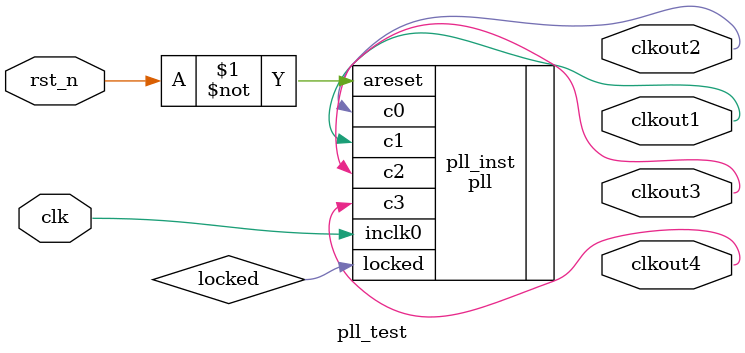
<source format=v>
`timescale 1ns / 1ps
module pll_test(
                input clk,
                input rst_n,
			  output clkout1,           //pll clock output
			  output clkout2,           //pll clock output
			  output clkout3,           //pll clock output
			  output clkout4            //pll clock output					 
    );

wire locked;

/////////////////////PLL IP实例化程序////////////////////////////
pll pll_inst
   (// Clock in ports
    .inclk0(clk),            // IN 50Mhz
    // Clock out ports
    .c0(clkout2),           // OUT 25Mhz
    .c1(clkout1),           // OUT 50Mhz
    .c2(clkout3),           // OUT 75Mhz
    .c3(clkout4),           // OUT 100Mhz	 
    // Status and control signals	 
    .areset(~rst_n),// IN
    .locked(locked));      // OUT	  

endmodule

</source>
